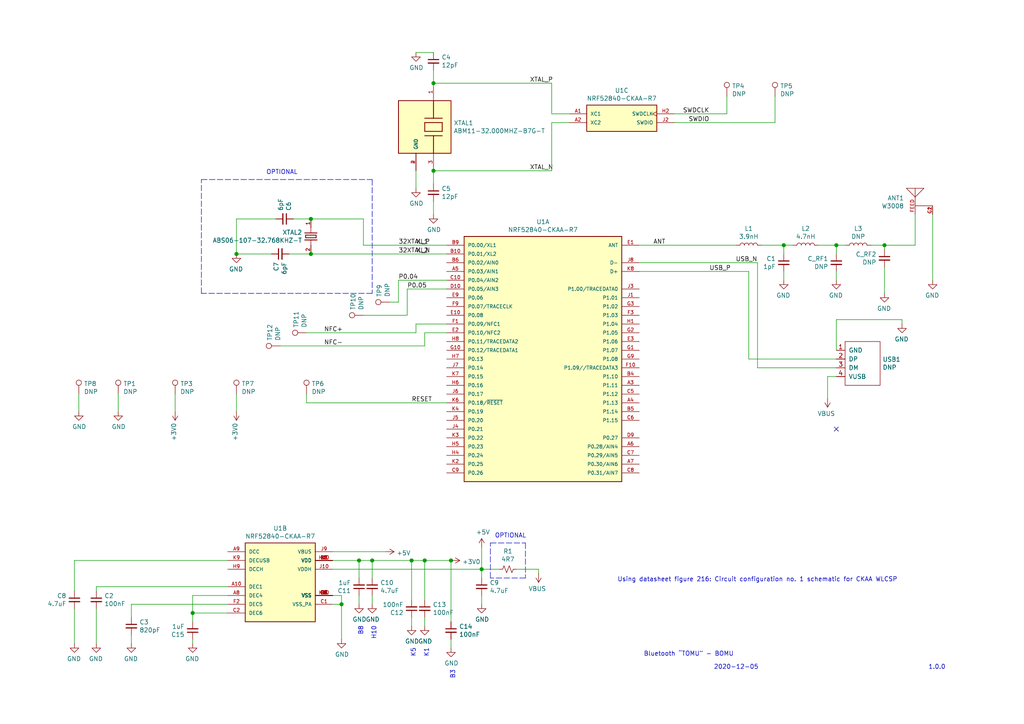
<source format=kicad_sch>
(kicad_sch (version 20230121) (generator eeschema)
  (paper "A4")
  (lib_symbols
    (symbol "ABM11-32.000MHZ-B7G-T:ABM11-32.000MHZ-B7G-T" (pin_names (offset 1.016))
      (property "Reference" "Y" (at -7.62 7.62 0))
      (property "Value" "ABM11-32.000MHZ-B7G-T" (at -7.62 -7.62 0))
      (symbol "ABM11-32.000MHZ-B7G-T_0_0"
        (rectangle (start -7.62 -7.62) (end 7.62 7.62) (stroke (width 0.254)) (fill (type background)))
        (polyline (pts (xy -2.54 2.54) (xy -7.62 2.54)) (stroke (width 0.254)))
        (polyline (pts (xy -2.54 2.54) (xy -2.54 0)) (stroke (width 0.254)))
        (polyline (pts (xy -2.54 5.08) (xy -2.54 2.54)) (stroke (width 0.254)))
        (polyline (pts (xy -1.27 0) (xy -1.27 5.08)) (stroke (width 0.254)))
        (polyline (pts (xy -1.27 5.08) (xy 1.27 5.08)) (stroke (width 0.254)))
        (polyline (pts (xy 1.27 0) (xy -1.27 0)) (stroke (width 0.254)))
        (polyline (pts (xy 1.27 5.08) (xy 1.27 0)) (stroke (width 0.254)))
        (polyline (pts (xy 2.54 2.54) (xy 2.54 0)) (stroke (width 0.254)))
        (polyline (pts (xy 2.54 2.54) (xy 7.62 2.54)) (stroke (width 0.254)))
        (polyline (pts (xy 2.54 5.08) (xy 2.54 2.54)) (stroke (width 0.254)))
        (pin passive line (at -12.7 2.54 0) (length 5.08) (name "~") (number "1"))
        (pin power_in line (at 12.7 -2.54 180) (length 5.08) (name "GND") (number "2"))
        (pin passive line (at 12.7 2.54 180) (length 5.08) (name "~") (number "3"))
        (pin power_in line (at 12.7 -2.54 180) (length 5.08) (name "GND") (number "4"))
      )
    )
    (symbol "ABS06-107-32.768KHZ-T:ABS06-107-32.768KHZ-T" (pin_names (offset 1.016) hide)
      (property "Reference" "Y" (at -2.54 2.286 0))
      (property "Value" "ABS06-107-32.768KHZ-T" (at -2.54 -3.81 0))
      (symbol "ABS06-107-32.768KHZ-T_0_0"
        (polyline (pts (xy -2.54 0) (xy -1.016 0)) (stroke (width 0.1524)))
        (polyline (pts (xy -1.016 1.778) (xy -1.016 -1.778)) (stroke (width 0.254)))
        (polyline (pts (xy -0.381 -1.524) (xy 0.381 -1.524)) (stroke (width 0.254)))
        (polyline (pts (xy -0.381 1.524) (xy -0.381 -1.524)) (stroke (width 0.254)))
        (polyline (pts (xy 0.381 -1.524) (xy 0.381 1.524)) (stroke (width 0.254)))
        (polyline (pts (xy 0.381 1.524) (xy -0.381 1.524)) (stroke (width 0.254)))
        (polyline (pts (xy 1.016 0) (xy 2.54 0)) (stroke (width 0.1524)))
        (polyline (pts (xy 1.016 1.778) (xy 1.016 -1.778)) (stroke (width 0.254)))
        (pin passive line (at -5.08 0 0) (length 2.54) (name "~") (number "1"))
        (pin passive line (at 5.08 0 180) (length 2.54) (name "~") (number "2"))
      )
    )
    (symbol "NRF52840-CKAA-R7:NRF52840-CKAA-R7" (pin_names (offset 1.016))
      (property "Reference" "U" (at -22.86 35.9664 0))
      (property "Value" "NRF52840-CKAA-R7" (at -22.9108 -38.5826 0))
      (symbol "NRF52840-CKAA-R7_1_0"
        (rectangle (start -22.86 -35.56) (end 22.86 35.56) (stroke (width 0.254)) (fill (type background)))
        (pin bidirectional line (at 27.94 -7.62 180) (length 5.08) (name "P1.11") (number "A3"))
        (pin bidirectional line (at 27.94 -12.7 180) (length 5.08) (name "P1.13") (number "A4"))
        (pin bidirectional line (at -27.94 25.4 0) (length 5.08) (name "P0.03/AIN1") (number "A5"))
        (pin bidirectional line (at 27.94 -25.4 180) (length 5.08) (name "P0.28/AIN4") (number "A6"))
        (pin bidirectional line (at 27.94 -30.48 180) (length 5.08) (name "P0.30/AIN6") (number "A7"))
        (pin bidirectional line (at -27.94 30.48 0) (length 5.08) (name "P0.01/XL2") (number "B10"))
        (pin bidirectional line (at 27.94 -5.08 180) (length 5.08) (name "P1.10") (number "B4"))
        (pin bidirectional line (at 27.94 -15.24 180) (length 5.08) (name "P1.14") (number "B5"))
        (pin bidirectional line (at -27.94 27.94 0) (length 5.08) (name "P0.02/AIN0") (number "B6"))
        (pin bidirectional line (at -27.94 33.02 0) (length 5.08) (name "P0.00/XL1") (number "B9"))
        (pin bidirectional line (at -27.94 22.86 0) (length 5.08) (name "P0.04/AIN2") (number "C10"))
        (pin bidirectional line (at 27.94 -10.16 180) (length 5.08) (name "P1.12") (number "C5"))
        (pin bidirectional line (at 27.94 -17.78 180) (length 5.08) (name "P1.15") (number "C6"))
        (pin bidirectional line (at 27.94 -27.94 180) (length 5.08) (name "P0.29/AIN5") (number "C7"))
        (pin bidirectional line (at 27.94 -33.02 180) (length 5.08) (name "P0.31/AIN7") (number "C8"))
        (pin bidirectional line (at -27.94 -33.02 0) (length 5.08) (name "P0.26") (number "C9"))
        (pin bidirectional line (at -27.94 20.32 0) (length 5.08) (name "P0.05/AIN3") (number "D10"))
        (pin bidirectional line (at 27.94 -22.86 180) (length 5.08) (name "P0.27") (number "D9"))
        (pin bidirectional line (at 27.94 33.02 180) (length 5.08) (name "ANT") (number "E1"))
        (pin bidirectional line (at -27.94 12.7 0) (length 5.08) (name "P0.08") (number "E10"))
        (pin bidirectional line (at -27.94 7.62 0) (length 5.08) (name "P0.10/NFC2") (number "E2"))
        (pin bidirectional line (at 27.94 5.08 180) (length 5.08) (name "P1.06") (number "E3"))
        (pin bidirectional line (at -27.94 17.78 0) (length 5.08) (name "P0.06") (number "E9"))
        (pin bidirectional line (at -27.94 10.16 0) (length 5.08) (name "P0.09/NFC1") (number "F1"))
        (pin bidirectional line (at 27.94 -2.54 180) (length 5.08) (name "P1.09//TRACEDATA3") (number "F10"))
        (pin bidirectional line (at 27.94 12.7 180) (length 5.08) (name "P1.03") (number "F3"))
        (pin bidirectional line (at -27.94 15.24 0) (length 5.08) (name "P0.07/TRACECLK") (number "F9"))
        (pin bidirectional line (at 27.94 2.54 180) (length 5.08) (name "P1.07") (number "G1"))
        (pin bidirectional line (at -27.94 2.54 0) (length 5.08) (name "P0.12/TRACEDATA1") (number "G10"))
        (pin bidirectional line (at 27.94 7.62 180) (length 5.08) (name "P1.05") (number "G2"))
        (pin bidirectional line (at 27.94 15.24 180) (length 5.08) (name "P1.02") (number "G3"))
        (pin bidirectional line (at 27.94 0 180) (length 5.08) (name "P1.08") (number "G9"))
        (pin bidirectional line (at 27.94 10.16 180) (length 5.08) (name "P1.04") (number "H1"))
        (pin bidirectional line (at -27.94 -27.94 0) (length 5.08) (name "P0.24") (number "H4"))
        (pin bidirectional line (at -27.94 -25.4 0) (length 5.08) (name "P0.23") (number "H5"))
        (pin bidirectional line (at -27.94 -7.62 0) (length 5.08) (name "P0.16") (number "H6"))
        (pin bidirectional line (at -27.94 0 0) (length 5.08) (name "P0.13") (number "H7"))
        (pin bidirectional line (at -27.94 5.08 0) (length 5.08) (name "P0.11/TRACEDATA2") (number "H8"))
        (pin bidirectional line (at 27.94 17.78 180) (length 5.08) (name "P1.01") (number "J1"))
        (pin bidirectional line (at 27.94 20.32 180) (length 5.08) (name "P1.00/TRACEDATA0") (number "J3"))
        (pin bidirectional line (at -27.94 -20.32 0) (length 5.08) (name "P0.21") (number "J4"))
        (pin bidirectional line (at -27.94 -17.78 0) (length 5.08) (name "P0.20") (number "J5"))
        (pin bidirectional line (at -27.94 -10.16 0) (length 5.08) (name "P0.17") (number "J6"))
        (pin bidirectional line (at -27.94 -2.54 0) (length 5.08) (name "P0.14") (number "J7"))
        (pin bidirectional line (at 27.94 27.94 180) (length 5.08) (name "D-") (number "J8"))
        (pin bidirectional line (at -27.94 -30.48 0) (length 5.08) (name "P0.25") (number "K2"))
        (pin bidirectional line (at -27.94 -22.86 0) (length 5.08) (name "P0.22") (number "K3"))
        (pin bidirectional line (at -27.94 -15.24 0) (length 5.08) (name "P0.19") (number "K4"))
        (pin bidirectional line (at -27.94 -12.7 0) (length 5.08) (name "P0.18/~{RESET}") (number "K6"))
        (pin bidirectional line (at -27.94 -5.08 0) (length 5.08) (name "P0.15") (number "K7"))
        (pin bidirectional line (at 27.94 25.4 180) (length 5.08) (name "D+") (number "K8"))
      )
      (symbol "NRF52840-CKAA-R7_2_0"
        (rectangle (start -10.16 -10.16) (end 10.16 12.7) (stroke (width 0.254)) (fill (type background)))
        (pin power_in line (at -15.24 0 0) (length 5.08) (name "DEC1") (number "A10"))
        (pin power_in line (at -15.24 -2.54 0) (length 5.08) (name "DEC4") (number "A8"))
        (pin power_in line (at -15.24 10.16 0) (length 5.08) (name "DCC") (number "A9"))
        (pin power_in line (at 15.24 7.62 180) (length 5.08) (name "VDD") (number "B3"))
        (pin power_in line (at 15.24 -2.54 180) (length 5.08) (name "VSS") (number "B7"))
        (pin power_in line (at 15.24 7.62 180) (length 5.08) (name "VDD") (number "B8"))
        (pin power_in line (at 15.24 -5.08 180) (length 5.08) (name "VSS_PA") (number "C1"))
        (pin power_in line (at -15.24 -7.62 0) (length 5.08) (name "DEC6") (number "C2"))
        (pin power_in line (at 15.24 -2.54 180) (length 5.08) (name "VSS") (number "C4"))
        (pin power_in line (at 15.24 -2.54 180) (length 5.08) (name "VSS") (number "D3"))
        (pin power_in line (at 15.24 -2.54 180) (length 5.08) (name "VSS") (number "D4"))
        (pin power_in line (at 15.24 -2.54 180) (length 5.08) (name "VSS") (number "D5"))
        (pin power_in line (at 15.24 -2.54 180) (length 5.08) (name "VSS") (number "D6"))
        (pin power_in line (at 15.24 -2.54 180) (length 5.08) (name "VSS") (number "D7"))
        (pin power_in line (at 15.24 -2.54 180) (length 5.08) (name "VSS") (number "D8"))
        (pin power_in line (at 15.24 -2.54 180) (length 5.08) (name "VSS") (number "E4"))
        (pin power_in line (at 15.24 -2.54 180) (length 5.08) (name "VSS") (number "E5"))
        (pin power_in line (at 15.24 -2.54 180) (length 5.08) (name "VSS") (number "E6"))
        (pin power_in line (at 15.24 -2.54 180) (length 5.08) (name "VSS") (number "E7"))
        (pin power_in line (at 15.24 -2.54 180) (length 5.08) (name "VSS") (number "E8"))
        (pin power_in line (at -15.24 -5.08 0) (length 5.08) (name "DEC5") (number "F2"))
        (pin power_in line (at 15.24 -2.54 180) (length 5.08) (name "VSS") (number "F4"))
        (pin power_in line (at 15.24 -2.54 180) (length 5.08) (name "VSS") (number "F5"))
        (pin power_in line (at 15.24 -2.54 180) (length 5.08) (name "VSS") (number "F6"))
        (pin power_in line (at 15.24 -2.54 180) (length 5.08) (name "VSS") (number "F7"))
        (pin power_in line (at 15.24 -2.54 180) (length 5.08) (name "VSS") (number "F8"))
        (pin power_in line (at 15.24 -2.54 180) (length 5.08) (name "VSS") (number "G4"))
        (pin power_in line (at 15.24 -2.54 180) (length 5.08) (name "VSS") (number "G5"))
        (pin power_in line (at 15.24 -2.54 180) (length 5.08) (name "VSS") (number "G6"))
        (pin power_in line (at 15.24 -2.54 180) (length 5.08) (name "VSS") (number "G7"))
        (pin power_in line (at 15.24 -2.54 180) (length 5.08) (name "VSS") (number "G8"))
        (pin power_in line (at 15.24 7.62 180) (length 5.08) (name "VDD") (number "H10"))
        (pin power_in line (at -15.24 5.08 0) (length 5.08) (name "DCCH") (number "H9"))
        (pin power_in line (at 15.24 5.08 180) (length 5.08) (name "VDDH") (number "J10"))
        (pin power_in line (at 15.24 10.16 180) (length 5.08) (name "VBUS") (number "J9"))
        (pin power_in line (at 15.24 7.62 180) (length 5.08) (name "VDD") (number "K1"))
        (pin power_in line (at 15.24 -2.54 180) (length 5.08) (name "VSS") (number "K10"))
        (pin power_in line (at 15.24 7.62 180) (length 5.08) (name "VDD") (number "K5"))
        (pin power_in line (at -15.24 7.62 0) (length 5.08) (name "DECUSB") (number "K9"))
      )
      (symbol "NRF52840-CKAA-R7_3_0"
        (rectangle (start -10.16 -5.08) (end 10.16 2.54) (stroke (width 0.254)) (fill (type background)))
        (pin input line (at 15.24 0 180) (length 5.08) (name "XC1") (number "A1"))
        (pin input line (at 15.24 -2.54 180) (length 5.08) (name "XC2") (number "A2"))
        (pin input clock (at -15.24 0 0) (length 5.08) (name "SWDCLK") (number "H2"))
        (pin bidirectional line (at -15.24 -2.54 0) (length 5.08) (name "SWDIO") (number "J2"))
      )
    )
    (symbol "W3008:W3008" (pin_names (offset 1.016) hide)
      (property "Reference" "ANT" (at -2.54 5.715 0))
      (property "Value" "W3008" (at -2.54 -8.9154 0))
      (symbol "W3008_0_0"
        (polyline (pts (xy -2.54 5.08) (xy 0 2.54)) (stroke (width 0.1524)))
        (polyline (pts (xy -2.54 5.08) (xy 0 5.08)) (stroke (width 0.1524)))
        (polyline (pts (xy 0 0) (xy 5.08 0)) (stroke (width 0.1524)))
        (polyline (pts (xy 0 2.54) (xy 2.54 5.08)) (stroke (width 0.1524)))
        (polyline (pts (xy 0 5.08) (xy 0 2.54)) (stroke (width 0.1524)))
        (polyline (pts (xy 0 5.08) (xy 2.54 5.08)) (stroke (width 0.1524)))
        (pin passive line (at 0 -2.54 90) (length 5.08) (name "~") (number "FEED"))
        (pin passive line (at 5.08 -2.54 90) (length 2.54) (name "~") (number "G1"))
        (pin passive line (at 5.08 -2.54 90) (length 2.54) (name "~") (number "G2"))
      )
    )
    (symbol "bomu-rescue:+3V0-power" (power) (pin_names (offset 0))
      (property "Value" "+3V0-power" (at 0 3.556 0))
      (symbol "+3V0-power_0_1"
        (polyline (pts (xy -0.762 1.27) (xy 0 2.54)))
        (polyline (pts (xy 0 0) (xy 0 2.54)))
        (polyline (pts (xy 0 2.54) (xy 0.762 1.27)))
      )
      (symbol "+3V0-power_1_1"
        (pin power_in line (at 0 0 90) (length 0) hide (name "+3V0") (number "1"))
      )
    )
    (symbol "bomu-rescue:+5V-power" (power) (pin_names (offset 0))
      (property "Value" "+5V-power" (at 0 3.556 0))
      (symbol "+5V-power_0_1"
        (polyline (pts (xy -0.762 1.27) (xy 0 2.54)))
        (polyline (pts (xy 0 0) (xy 0 2.54)))
        (polyline (pts (xy 0 2.54) (xy 0.762 1.27)))
      )
      (symbol "+5V-power_1_1"
        (pin power_in line (at 0 0 90) (length 0) hide (name "+5V") (number "1"))
      )
    )
    (symbol "bomu-rescue:C_Small-Device" (pin_numbers hide) (pin_names (offset 0.254) hide)
      (property "Reference" "C" (at 0.254 1.778 0))
      (property "Value" "C_Small-Device" (at 0.254 -2.032 0))
      (symbol "C_Small-Device_0_1"
        (polyline (pts (xy -1.524 -0.508) (xy 1.524 -0.508)) (stroke (width 0.3302)))
        (polyline (pts (xy -1.524 0.508) (xy 1.524 0.508)) (stroke (width 0.3048)))
      )
      (symbol "C_Small-Device_1_1"
        (pin passive line (at 0 2.54 270) (length 2.032) (name "~") (number "1"))
        (pin passive line (at 0 -2.54 90) (length 2.032) (name "~") (number "2"))
      )
    )
    (symbol "bomu-rescue:GND-power" (power) (pin_names (offset 0))
      (property "Value" "GND-power" (at 0 -3.81 0))
      (symbol "GND-power_0_1"
        (polyline (pts (xy 0 0) (xy 0 -1.27) (xy 1.27 -1.27) (xy 0 -2.54) (xy -1.27 -1.27) (xy 0 -1.27)))
      )
      (symbol "GND-power_1_1"
        (pin power_in line (at 0 0 270) (length 0) hide (name "GND") (number "1"))
      )
    )
    (symbol "bomu-rescue:L-Device" (pin_numbers hide) (pin_names (offset 1.016) hide)
      (property "Reference" "L" (at -1.27 0 90))
      (property "Value" "L-Device" (at 1.905 0 90))
      (symbol "L-Device_0_1"
        (arc (start 0 -2.54) (mid 0.6323 -1.905) (end 0 -1.27))
        (arc (start 0 -1.27) (mid 0.6323 -0.635) (end 0 0))
        (arc (start 0 0) (mid 0.6323 0.635) (end 0 1.27))
        (arc (start 0 1.27) (mid 0.6323 1.905) (end 0 2.54))
      )
      (symbol "L-Device_1_1"
        (pin passive line (at 0 3.81 270) (length 1.27) (name "1") (number "1"))
        (pin passive line (at 0 -3.81 90) (length 1.27) (name "2") (number "2"))
      )
    )
    (symbol "bomu-rescue:R_Small_US-Device" (pin_numbers hide) (pin_names (offset 0.254) hide)
      (property "Reference" "R" (at 0.762 0.508 0))
      (property "Value" "R_Small_US-Device" (at 0.762 -1.016 0))
      (symbol "R_Small_US-Device_1_1"
        (polyline (pts (xy 0 0) (xy 1.016 -0.381) (xy 0 -0.762) (xy -1.016 -1.143) (xy 0 -1.524)))
        (polyline (pts (xy 0 1.524) (xy 1.016 1.143) (xy 0 0.762) (xy -1.016 0.381) (xy 0 0)))
        (pin passive line (at 0 2.54 270) (length 1.016) (name "~") (number "1"))
        (pin passive line (at 0 -2.54 90) (length 1.016) (name "~") (number "2"))
      )
    )
    (symbol "bomu-rescue:TestPoint-Connector" (pin_numbers hide) (pin_names (offset 0.762) hide)
      (property "Reference" "TP" (at 0 6.858 0))
      (property "Value" "TestPoint-Connector" (at 0 5.08 0))
      (symbol "TestPoint-Connector_0_1"
        (circle (center 0 3.302) (radius 0.762))
      )
      (symbol "TestPoint-Connector_1_1"
        (pin passive line (at 0 0 90) (length 2.54) (name "1") (number "1"))
      )
    )
    (symbol "bomu-rescue:VBUS-power" (power) (pin_names (offset 0))
      (property "Value" "VBUS-power" (at 0 3.81 0))
      (symbol "VBUS-power_0_1"
        (polyline (pts (xy -0.762 1.27) (xy 0 2.54)))
        (polyline (pts (xy 0 0) (xy 0 2.54)))
        (polyline (pts (xy 0 2.54) (xy 0.762 1.27)))
      )
      (symbol "VBUS-power_1_1"
        (pin power_in line (at 0 0 90) (length 0) hide (name "VBUS") (number "1"))
      )
    )
    (symbol "bomu-usb-a-insert:USB-A-INSERT" (pin_names (offset 1.016))
      (property "Reference" "USB" (at 0 1.27 0))
      (property "Value" "USB-A-INSERT" (at 0 3.81 0))
      (symbol "USB-A-INSERT_0_1"
        (rectangle (start -2.54 0) (end -12.7 -12.7))
      )
      (symbol "USB-A-INSERT_1_1"
        (pin power_in line (at 0 -2.54 180) (length 2.54) (name "GND") (number "1"))
        (pin bidirectional line (at 0 -5.08 180) (length 2.54) (name "DP") (number "2"))
        (pin bidirectional line (at 0 -7.62 180) (length 2.54) (name "DM") (number "3"))
        (pin power_in line (at 0 -10.16 180) (length 2.54) (name "VUSB") (number "4"))
      )
    )
  )
  (junction (at 139.7 165.1) (diameter 1.016))
  (junction (at 242.57 71.12) (diameter 1.016))
  (junction (at 68.58 73.66) (diameter 1.016))
  (junction (at 227.33 71.12) (diameter 1.016))
  (junction (at 55.88 177.8) (diameter 1.016))
  (junction (at 256.54 71.12) (diameter 1.016))
  (junction (at 104.14 162.56) (diameter 1.016))
  (junction (at 125.73 49.53) (diameter 1.016))
  (junction (at 99.06 175.26) (diameter 1.016))
  (junction (at 130.81 162.56) (diameter 1.016))
  (junction (at 123.19 162.56) (diameter 1.016))
  (junction (at 90.17 73.66) (diameter 1.016))
  (junction (at 119.38 162.56) (diameter 1.016))
  (junction (at 125.73 24.13) (diameter 1.016))
  (junction (at 90.17 63.5) (diameter 1.016))
  (junction (at 107.95 162.56) (diameter 1.016))
  (no_connect (at 336.55 53.34))
  (no_connect (at 242.57 124.46))
  (wire (pts (xy 88.9 116.84) (xy 88.9 114.3)))
  (wire (pts (xy 139.7 167.64) (xy 139.7 165.1)))
  (wire (pts (xy 55.88 185.42) (xy 55.88 186.69)))
  (wire (pts (xy 185.42 71.12) (xy 213.36 71.12)))
  (wire (pts (xy 96.52 172.72) (xy 99.06 172.72)))
  (wire (pts (xy 160.02 24.13) (xy 160.02 33.02)))
  (wire (pts (xy 242.57 109.22) (xy 240.03 109.22)))
  (wire (pts (xy 123.19 100.33) (xy 81.28 100.33)))
  (wire (pts (xy 160.02 33.02) (xy 165.1 33.02)))
  (polyline (pts (xy 58.42 85.09) (xy 58.42 52.07)) (stroke (width 0) (type dash)))
  (wire (pts (xy 105.41 63.5) (xy 90.17 63.5)))
  (wire (pts (xy 80.01 63.5) (xy 68.58 63.5)))
  (wire (pts (xy 118.11 83.82) (xy 118.11 91.44)))
  (wire (pts (xy 123.19 162.56) (xy 123.19 173.99)))
  (wire (pts (xy 224.79 35.56) (xy 224.79 27.94)))
  (wire (pts (xy 123.19 162.56) (xy 130.81 162.56)))
  (wire (pts (xy 139.7 172.72) (xy 139.7 175.26)))
  (wire (pts (xy 129.54 81.28) (xy 115.57 81.28)))
  (wire (pts (xy 160.02 35.56) (xy 160.02 49.53)))
  (wire (pts (xy 119.38 162.56) (xy 119.38 173.99)))
  (wire (pts (xy 219.71 76.2) (xy 219.71 106.68)))
  (wire (pts (xy 261.62 92.71) (xy 261.62 93.98)))
  (wire (pts (xy 130.81 162.56) (xy 130.81 180.34)))
  (wire (pts (xy 229.87 71.12) (xy 227.33 71.12)))
  (wire (pts (xy 227.33 78.74) (xy 227.33 81.28)))
  (wire (pts (xy 165.1 35.56) (xy 160.02 35.56)))
  (wire (pts (xy 66.04 172.72) (xy 55.88 172.72)))
  (wire (pts (xy 85.09 63.5) (xy 90.17 63.5)))
  (wire (pts (xy 55.88 177.8) (xy 66.04 177.8)))
  (wire (pts (xy 118.11 91.44) (xy 105.41 91.44)))
  (wire (pts (xy 125.73 53.34) (xy 125.73 49.53)))
  (wire (pts (xy 256.54 77.47) (xy 256.54 85.09)))
  (wire (pts (xy 120.65 49.53) (xy 120.65 54.61)))
  (wire (pts (xy 125.73 58.42) (xy 125.73 62.23)))
  (wire (pts (xy 217.17 78.74) (xy 217.17 104.14)))
  (wire (pts (xy 68.58 63.5) (xy 68.58 73.66)))
  (wire (pts (xy 195.58 33.02) (xy 210.82 33.02)))
  (wire (pts (xy 227.33 73.66) (xy 227.33 71.12)))
  (wire (pts (xy 242.57 73.66) (xy 242.57 71.12)))
  (wire (pts (xy 104.14 162.56) (xy 107.95 162.56)))
  (wire (pts (xy 130.81 185.42) (xy 130.81 187.96)))
  (wire (pts (xy 185.42 78.74) (xy 217.17 78.74)))
  (wire (pts (xy 256.54 71.12) (xy 256.54 72.39)))
  (wire (pts (xy 27.94 170.18) (xy 66.04 170.18)))
  (wire (pts (xy 119.38 162.56) (xy 123.19 162.56)))
  (wire (pts (xy 129.54 83.82) (xy 118.11 83.82)))
  (wire (pts (xy 38.1 175.26) (xy 38.1 179.07)))
  (wire (pts (xy 120.65 96.52) (xy 88.9 96.52)))
  (wire (pts (xy 50.8 114.3) (xy 50.8 119.38)))
  (wire (pts (xy 96.52 162.56) (xy 104.14 162.56)))
  (wire (pts (xy 55.88 177.8) (xy 55.88 180.34)))
  (wire (pts (xy 104.14 172.72) (xy 104.14 175.26)))
  (wire (pts (xy 107.95 162.56) (xy 107.95 167.64)))
  (wire (pts (xy 125.73 20.32) (xy 125.73 24.13)))
  (wire (pts (xy 90.17 73.66) (xy 129.54 73.66)))
  (wire (pts (xy 242.57 78.74) (xy 242.57 81.28)))
  (wire (pts (xy 242.57 101.6) (xy 242.57 92.71)))
  (wire (pts (xy 240.03 109.22) (xy 240.03 115.57)))
  (polyline (pts (xy 107.95 52.07) (xy 107.95 85.09)) (stroke (width 0) (type dash)))
  (polyline (pts (xy 142.24 157.48) (xy 152.4 157.48)) (stroke (width 0) (type dash)))
  (wire (pts (xy 21.59 162.56) (xy 66.04 162.56)))
  (wire (pts (xy 160.02 49.53) (xy 125.73 49.53)))
  (wire (pts (xy 125.73 24.13) (xy 160.02 24.13)))
  (wire (pts (xy 68.58 114.3) (xy 68.58 119.38)))
  (wire (pts (xy 96.52 160.02) (xy 111.76 160.02)))
  (wire (pts (xy 139.7 158.75) (xy 139.7 165.1)))
  (wire (pts (xy 34.29 119.38) (xy 34.29 114.3)))
  (wire (pts (xy 96.52 175.26) (xy 99.06 175.26)))
  (wire (pts (xy 242.57 71.12) (xy 245.11 71.12)))
  (wire (pts (xy 185.42 76.2) (xy 219.71 76.2)))
  (wire (pts (xy 270.51 62.23) (xy 270.51 81.28)))
  (wire (pts (xy 125.73 15.24) (xy 120.65 15.24)))
  (wire (pts (xy 27.94 186.69) (xy 27.94 176.53)))
  (wire (pts (xy 210.82 33.02) (xy 210.82 27.94)))
  (wire (pts (xy 115.57 81.28) (xy 115.57 87.63)))
  (wire (pts (xy 83.82 73.66) (xy 90.17 73.66)))
  (polyline (pts (xy 152.4 167.64) (xy 142.24 167.64)) (stroke (width 0) (type dash)))
  (wire (pts (xy 242.57 92.71) (xy 261.62 92.71)))
  (wire (pts (xy 149.86 165.1) (xy 156.21 165.1)))
  (wire (pts (xy 96.52 165.1) (xy 139.7 165.1)))
  (wire (pts (xy 99.06 172.72) (xy 99.06 175.26)))
  (wire (pts (xy 129.54 93.98) (xy 120.65 93.98)))
  (wire (pts (xy 104.14 167.64) (xy 104.14 162.56)))
  (wire (pts (xy 27.94 171.45) (xy 27.94 170.18)))
  (wire (pts (xy 120.65 93.98) (xy 120.65 96.52)))
  (wire (pts (xy 265.43 62.23) (xy 265.43 71.12)))
  (wire (pts (xy 219.71 106.68) (xy 242.57 106.68)))
  (wire (pts (xy 22.86 114.3) (xy 22.86 119.38)))
  (wire (pts (xy 68.58 73.66) (xy 78.74 73.66)))
  (wire (pts (xy 256.54 71.12) (xy 265.43 71.12)))
  (wire (pts (xy 123.19 179.07) (xy 123.19 181.61)))
  (wire (pts (xy 252.73 71.12) (xy 256.54 71.12)))
  (wire (pts (xy 217.17 104.14) (xy 242.57 104.14)))
  (wire (pts (xy 195.58 35.56) (xy 224.79 35.56)))
  (wire (pts (xy 88.9 116.84) (xy 129.54 116.84)))
  (wire (pts (xy 119.38 179.07) (xy 119.38 181.61)))
  (wire (pts (xy 107.95 172.72) (xy 107.95 175.26)))
  (wire (pts (xy 129.54 96.52) (xy 123.19 96.52)))
  (wire (pts (xy 38.1 184.15) (xy 38.1 186.69)))
  (polyline (pts (xy 152.4 157.48) (xy 152.4 167.64)) (stroke (width 0) (type dash)))
  (wire (pts (xy 105.41 71.12) (xy 105.41 63.5)))
  (wire (pts (xy 55.88 172.72) (xy 55.88 177.8)))
  (wire (pts (xy 21.59 176.53) (xy 21.59 186.69)))
  (polyline (pts (xy 142.24 167.64) (xy 142.24 157.48)) (stroke (width 0) (type dash)))
  (polyline (pts (xy 58.42 52.07) (xy 107.95 52.07)) (stroke (width 0) (type dash)))
  (wire (pts (xy 123.19 96.52) (xy 123.19 100.33)))
  (wire (pts (xy 139.7 165.1) (xy 144.78 165.1)))
  (wire (pts (xy 105.41 71.12) (xy 129.54 71.12)))
  (polyline (pts (xy 107.95 85.09) (xy 58.42 85.09)) (stroke (width 0) (type dash)))
  (wire (pts (xy 107.95 162.56) (xy 119.38 162.56)))
  (wire (pts (xy 66.04 175.26) (xy 38.1 175.26)))
  (wire (pts (xy 220.98 71.12) (xy 227.33 71.12)))
  (wire (pts (xy 115.57 87.63) (xy 113.03 87.63)))
  (wire (pts (xy 99.06 175.26) (xy 99.06 185.42)))
  (wire (pts (xy 156.21 165.1) (xy 156.21 166.37)))
  (wire (pts (xy 237.49 71.12) (xy 242.57 71.12)))
  (wire (pts (xy 21.59 162.56) (xy 21.59 171.45)))
  (text "H10" (at 109.22 181.61 90) (effects (font (size 1.27 1.27)) (justify right bottom)))
  (text "OPTIONAL" (at 143.51 156.21 0) (effects (font (size 1.27 1.27)) (justify left bottom)))
  (text "1.0.0" (at 269.24 194.31 0) (effects (font (size 1.27 1.27)) (justify left bottom)))
  (text "2020-12-05" (at 207.01 194.31 0) (effects (font (size 1.27 1.27)) (justify left bottom)))
  (text "Bluetooth “TOMU” - BOMU" (at 186.69 190.5 0) (effects (font (size 1.27 1.27)) (justify left bottom)))
  (text "B8" (at 105.41 181.61 90) (effects (font (size 1.27 1.27)) (justify right bottom)))
  (text "K5" (at 120.65 187.96 90) (effects (font (size 1.27 1.27)) (justify right bottom)))
  (text "Using datasheet figure 216: Circuit configuration no. 1 schematic for CKAA WLCSP" (at 179.07 168.91 0) (effects (font (size 1.27 1.27)) (justify left bottom)))
  (text "B3" (at 132.08 194.31 90) (effects (font (size 1.27 1.27)) (justify right bottom)))
  (text "OPTIONAL" (at 86.36 50.8 0) (effects (font (size 1.27 1.27)) (justify right bottom)))
  (text "K1" (at 124.46 187.96 90) (effects (font (size 1.27 1.27)) (justify right bottom)))
  (label "P0.05" (at 118.11 83.82 0))
  (label "32XTAL_N" (at 115.57 73.66 0))
  (label "RESET" (at 119.38 116.84 0))
  (label "USB_P" (at 205.74 78.74 0))
  (label "32XTAL_P" (at 115.57 71.12 0))
  (label "NFC+" (at 93.98 96.52 0))
  (label "USB_N" (at 213.36 76.2 0))
  (label "P0.04" (at 115.57 81.28 0))
  (label "SWDIO" (at 205.74 35.56 180))
  (label "SWDCLK" (at 205.74 33.02 180))
  (label "XTAL_N" (at 153.67 49.53 0))
  (label "XL2" (at 120.65 73.66 0))
  (label "XL1" (at 120.65 71.12 0))
  (label "XTAL_P" (at 153.67 24.13 0))
  (label "ANT" (at 193.04 71.12 180))
  (label "NFC-" (at 93.98 100.33 0))
  (symbol (lib_id "ABS06-107-32.768KHZ-T:ABS06-107-32.768KHZ-T") (at 90.17 68.58 90) (mirror x) (unit 1)
    (property "Reference" "XTAL2" (at 87.63 67.4116 90) (effects (justify left)))
    (property "Value" "ABS06-107-32.768KHZ-T" (at 87.63 69.723 90) (effects (justify left)))
    (property "Footprint" "ABS06-107-32:XTAL_ABS06-107-32.768KHZ-T" (effects hide))
    (property "MANUFACTURER" "Abracon Corporation" (effects hide))
    (property "MP" "ABS06-107-32.768KHZ-T" (effects hide))
  )
  (symbol (lib_id "bomu-rescue:GND-power") (at 99.06 185.42 0) (unit 1)
    (property "Reference" "#PWR0101" (effects hide))
    (property "Value" "GND" (at 99.187 189.8142 0))
  )
  (symbol (lib_id "bomu-rescue:C_Small-Device") (at 81.28 73.66 90) (mirror x) (unit 1)
    (property "Reference" "C7" (at 80.1116 75.9968 0) (effects (justify left)))
    (property "Value" "6pF" (at 82.423 75.9968 0) (effects (justify left)))
    (property "Footprint" "Capacitor_SMD:C_0201_0603Metric" (effects hide))
    (property "MP" "GRM0335C1E6R0DA01D" (effects hide))
  )
  (symbol (lib_id "bomu-rescue:C_Small-Device") (at 82.55 63.5 270) (mirror x) (unit 1)
    (property "Reference" "C6" (at 83.7184 61.1632 0) (effects (justify left)))
    (property "Value" "6pF" (at 81.407 61.1632 0) (effects (justify left)))
    (property "Footprint" "Capacitor_SMD:C_0201_0603Metric" (effects hide))
    (property "MP" "GRM0335C1E6R0DA01D" (effects hide))
  )
  (symbol (lib_id "bomu-rescue:L-Device") (at 217.17 71.12 270) (mirror x) (unit 1)
    (property "Reference" "L1" (at 217.17 66.294 90))
    (property "Value" "3.9nH" (at 217.17 68.6054 90))
    (property "Footprint" "Inductor_SMD:L_0201_0603Metric" (effects hide))
    (property "MP" "0201DS-3N9XJEW" (effects hide))
  )
  (symbol (lib_id "bomu-rescue:GND-power") (at 68.58 73.66 0) (mirror y) (unit 1)
    (property "Reference" "#PWR0104" (effects hide))
    (property "Value" "GND" (at 68.453 78.0542 0))
  )
  (symbol (lib_id "bomu-rescue:C_Small-Device") (at 227.33 76.2 0) (mirror y) (unit 1)
    (property "Reference" "C1" (at 224.9932 75.0316 0) (effects (justify left)))
    (property "Value" "1pF" (at 224.9932 77.343 0) (effects (justify left)))
    (property "Footprint" "Capacitor_SMD:C_0201_0603Metric" (effects hide))
    (property "MP" "GRM0335C1E1R0BA01D" (effects hide))
  )
  (symbol (lib_id "ABM11-32.000MHZ-B7G-T:ABM11-32.000MHZ-B7G-T") (at 123.19 36.83 270) (unit 1)
    (property "Reference" "XTAL1" (at 131.572 35.6616 90) (effects (justify left)))
    (property "Value" "ABM11-32.000MHZ-B7G-T" (at 131.572 37.973 90) (effects (justify left)))
    (property "Footprint" "ABM11-32:OSCCC200X160X59" (effects hide))
    (property "MP" "ABM11-32.000MHZ-B7G-T" (effects hide))
    (property "DIGI-KEY_PART_NUMBER" "535-10942-1-ND" (effects hide))
    (property "MOUSER-PURCHASE-URL" "https://snapeda.com/shop?store=Mouser&id=356268" (effects hide))
    (property "DESCRIPTION" "32MHz ±20ppm Crystal 10pF 100 Ohms 4-SMD, No Lead" (effects hide))
    (property "PACKAGE" "SMD-4 Abracon" (effects hide))
    (property "DIGIKEY-PURCHASE-URL" "https://snapeda.com/shop?store=DigiKey&id=356268" (effects hide))
    (property "MF" "Abracon LLC" (effects hide))
  )
  (symbol (lib_id "bomu-rescue:GND-power") (at 227.33 81.28 0) (mirror y) (unit 1)
    (property "Reference" "#PWR0102" (effects hide))
    (property "Value" "GND" (at 227.203 85.6742 0))
  )
  (symbol (lib_id "bomu-rescue:GND-power") (at 120.65 54.61 0) (unit 1)
    (property "Reference" "#PWR0105" (effects hide))
    (property "Value" "GND" (at 120.777 59.0042 0))
  )
  (symbol (lib_id "bomu-rescue:C_Small-Device") (at 125.73 55.88 0) (unit 1)
    (property "Reference" "C5" (at 128.0668 54.7116 0) (effects (justify left)))
    (property "Value" "12pF" (at 128.0668 57.023 0) (effects (justify left)))
    (property "Footprint" "Capacitor_SMD:C_0201_0603Metric" (effects hide))
    (property "MP" "GRM0335C1E120FA01J" (effects hide))
  )
  (symbol (lib_id "bomu-rescue:C_Small-Device") (at 125.73 17.78 0) (unit 1)
    (property "Reference" "C4" (at 128.0668 16.6116 0) (effects (justify left)))
    (property "Value" "12pF" (at 128.0668 18.923 0) (effects (justify left)))
    (property "Footprint" "Capacitor_SMD:C_0201_0603Metric" (effects hide))
    (property "MP" "GRM0335C1E120FA01J" (effects hide))
  )
  (symbol (lib_id "bomu-rescue:GND-power") (at 125.73 62.23 0) (unit 1)
    (property "Reference" "#PWR0106" (effects hide))
    (property "Value" "GND" (at 125.857 66.6242 0))
  )
  (symbol (lib_id "bomu-rescue:GND-power") (at 120.65 15.24 0) (unit 1)
    (property "Reference" "#PWR0107" (effects hide))
    (property "Value" "GND" (at 120.777 19.6342 0))
  )
  (symbol (lib_id "bomu-rescue:GND-power") (at 261.62 93.98 0) (mirror y) (unit 1)
    (property "Reference" "#PWR0122" (effects hide))
    (property "Value" "GND" (at 261.493 98.3742 0))
  )
  (symbol (lib_id "bomu-rescue:VBUS-power") (at 240.03 115.57 180) (unit 1)
    (property "Reference" "#PWR0123" (effects hide))
    (property "Value" "VBUS" (at 239.649 119.9642 0))
  )
  (symbol (lib_id "W3008:W3008") (at 265.43 59.69 0) (unit 1)
    (property "Reference" "ANT1" (at 262.2042 57.4548 0) (effects (justify right)))
    (property "Value" "W3008" (at 262.2042 59.7662 0) (effects (justify right)))
    (property "Footprint" "W3008:ANTENNA_W3008" (effects hide))
    (property "STANDARD" "Manufacturer recommendations" (effects hide))
    (property "MANUFACTURER" "PulseLarsen Antennas" (effects hide))
    (property "MP" "W3008" (effects hide))
  )
  (symbol (lib_id "bomu-rescue:C_Small-Device") (at 21.59 173.99 0) (mirror y) (unit 1)
    (property "Reference" "C8" (at 19.2532 172.8216 0) (effects (justify left)))
    (property "Value" "4.7uF" (at 19.2532 175.133 0) (effects (justify left)))
    (property "Footprint" "Capacitor_SMD:C_0402_1005Metric" (effects hide))
    (property "MP" "C1005X5R1A475K050BC" (effects hide))
  )
  (symbol (lib_id "bomu-rescue:TestPoint-Connector") (at 50.8 114.3 0) (unit 1)
    (property "Reference" "TP3" (at 52.2732 111.3028 0) (effects (justify left)))
    (property "Value" "DNP" (at 52.2732 113.6142 0) (effects (justify left)))
    (property "Footprint" "TestPoint:TestPoint_Pad_D1.0mm" (effects hide))
  )
  (symbol (lib_id "bomu-rescue:GND-power") (at 21.59 186.69 0) (mirror y) (unit 1)
    (property "Reference" "#PWR0113" (effects hide))
    (property "Value" "GND" (at 21.463 191.0842 0))
  )
  (symbol (lib_id "bomu-rescue:TestPoint-Connector") (at 210.82 27.94 0) (unit 1)
    (property "Reference" "TP4" (at 212.2932 24.9428 0) (effects (justify left)))
    (property "Value" "DNP" (at 212.2932 27.2542 0) (effects (justify left)))
    (property "Footprint" "TestPoint:TestPoint_Pad_D1.0mm" (effects hide))
  )
  (symbol (lib_id "bomu-rescue:TestPoint-Connector") (at 224.79 27.94 0) (unit 1)
    (property "Reference" "TP5" (at 226.2632 24.9428 0) (effects (justify left)))
    (property "Value" "DNP" (at 226.2632 27.2542 0) (effects (justify left)))
    (property "Footprint" "TestPoint:TestPoint_Pad_D1.0mm" (effects hide))
  )
  (symbol (lib_id "bomu-rescue:TestPoint-Connector") (at 88.9 114.3 0) (unit 1)
    (property "Reference" "TP6" (at 90.3732 111.3028 0) (effects (justify left)))
    (property "Value" "DNP" (at 90.3732 113.6142 0) (effects (justify left)))
    (property "Footprint" "TestPoint:TestPoint_Pad_D1.0mm" (effects hide))
  )
  (symbol (lib_id "bomu-rescue:GND-power") (at 270.51 81.28 0) (mirror y) (unit 1)
    (property "Reference" "#PWR0103" (effects hide))
    (property "Value" "GND" (at 270.383 85.6742 0))
  )
  (symbol (lib_id "bomu-rescue:R_Small_US-Device") (at 147.32 165.1 270) (unit 1)
    (property "Reference" "R1" (at 147.32 159.893 90))
    (property "Value" "4R7" (at 147.32 162.2044 90))
    (property "Footprint" "Resistor_SMD:R_0201_0603Metric" (effects hide))
    (property "MP" "RC0201FR-074R7L" (effects hide))
  )
  (symbol (lib_id "bomu-rescue:VBUS-power") (at 156.21 166.37 180) (unit 1)
    (property "Reference" "#PWR0112" (effects hide))
    (property "Value" "VBUS" (at 155.829 170.7642 0))
  )
  (symbol (lib_id "bomu-rescue:C_Small-Device") (at 139.7 170.18 0) (unit 1)
    (property "Reference" "C9" (at 142.0368 169.0116 0) (effects (justify left)))
    (property "Value" "4.7uF" (at 142.0368 171.323 0) (effects (justify left)))
    (property "Footprint" "Capacitor_SMD:C_0402_1005Metric" (effects hide))
    (property "MP" "C1005X5R1A475K050BC" (effects hide))
  )
  (symbol (lib_id "bomu-rescue:GND-power") (at 139.7 175.26 0) (unit 1)
    (property "Reference" "#PWR0111" (effects hide))
    (property "Value" "GND" (at 139.827 179.6542 0))
  )
  (symbol (lib_id "bomu-rescue:+3V0-power") (at 50.8 119.38 180) (unit 1)
    (property "Reference" "#PWR0126" (effects hide))
    (property "Value" "+3V0" (at 50.419 122.6312 90) (effects (justify left)))
  )
  (symbol (lib_id "bomu-rescue:+5V-power") (at 139.7 158.75 0) (unit 1)
    (property "Reference" "#PWR0110" (effects hide))
    (property "Value" "+5V" (at 140.081 154.3558 0))
  )
  (symbol (lib_id "bomu-rescue:+5V-power") (at 111.76 160.02 270) (unit 1)
    (property "Reference" "#PWR0108" (effects hide))
    (property "Value" "+5V" (at 115.0112 160.401 90) (effects (justify left)))
  )
  (symbol (lib_id "bomu-rescue:+3V0-power") (at 130.81 162.56 270) (unit 1)
    (property "Reference" "#PWR0109" (effects hide))
    (property "Value" "+3V0" (at 134.0612 162.941 90) (effects (justify left)))
  )
  (symbol (lib_id "NRF52840-CKAA-R7:NRF52840-CKAA-R7") (at 157.48 104.14 0) (unit 1)
    (property "Reference" "U1" (at 157.48 64.3382 0))
    (property "Value" "NRF52840-CKAA-R7" (at 157.48 66.6496 0))
    (property "Footprint" "NRF52840-CKAA-R7:BGA94N35P10X10_360X354X51N" (effects hide))
    (property "PARTREV" "1.1" (effects hide))
    (property "MANUFACTURER" "Nordic" (effects hide))
    (property "MAXIMUM_PACKAGE_HEIGHT" "0.514mm" (effects hide))
    (property "STANDARD" "IPC7351B" (effects hide))
    (property "MP" "NRF52840-CKAA-R" (effects hide))
  )
  (symbol (lib_id "NRF52840-CKAA-R7:NRF52840-CKAA-R7") (at 81.28 170.18 0) (unit 2)
    (property "Reference" "U1" (at 81.28 153.2382 0))
    (property "Value" "NRF52840-CKAA-R7" (at 81.28 155.5496 0))
    (property "Footprint" "NRF52840-CKAA-R7:BGA94N35P10X10_360X354X51N" (effects hide))
    (property "PARTREV" "1.1" (effects hide))
    (property "MANUFACTURER" "Nordic" (effects hide))
    (property "MAXIMUM_PACKAGE_HEIGHT" "0.514mm" (effects hide))
    (property "STANDARD" "IPC7351B" (effects hide))
    (property "MP" "NRF52840-CKAA-R" (effects hide))
  )
  (symbol (lib_id "NRF52840-CKAA-R7:NRF52840-CKAA-R7") (at 180.34 33.02 0) (mirror y) (unit 3)
    (property "Reference" "U1" (at 180.34 26.2382 0))
    (property "Value" "NRF52840-CKAA-R7" (at 180.34 28.5496 0))
    (property "Footprint" "NRF52840-CKAA-R7:BGA94N35P10X10_360X354X51N" (effects hide))
    (property "PARTREV" "1.1" (effects hide))
    (property "MANUFACTURER" "Nordic" (effects hide))
    (property "MAXIMUM_PACKAGE_HEIGHT" "0.514mm" (effects hide))
    (property "STANDARD" "IPC7351B" (effects hide))
    (property "MP" "NRF52840-CKAA-R7" (effects hide))
  )
  (symbol (lib_id "bomu-usb-a-insert:USB-A-INSERT") (at 242.57 99.06 0) (mirror y) (unit 1)
    (property "Reference" "USB1" (at 255.9812 104.2416 0) (effects (justify right)))
    (property "Value" "DNP" (at 255.9812 106.553 0) (effects (justify right)))
    (property "Footprint" "bomu-usb-a-insert:USB_A_SOCKET_PCB_INSERT" (effects hide))
  )
  (symbol (lib_id "bomu-rescue:C_Small-Device") (at 107.95 170.18 0) (unit 1)
    (property "Reference" "C10" (at 110.2868 169.0116 0) (effects (justify left)))
    (property "Value" "4.7uF" (at 110.2868 171.323 0) (effects (justify left)))
    (property "Footprint" "Capacitor_SMD:C_0402_1005Metric" (effects hide))
    (property "MP" "C1005X5R1A475K050BC" (effects hide))
  )
  (symbol (lib_id "bomu-rescue:GND-power") (at 107.95 175.26 0) (unit 1)
    (property "Reference" "#PWR0114" (effects hide))
    (property "Value" "GND" (at 108.077 179.6542 0))
  )
  (symbol (lib_id "bomu-rescue:C_Small-Device") (at 104.14 170.18 180) (unit 1)
    (property "Reference" "C11" (at 101.8032 171.3484 0) (effects (justify left)))
    (property "Value" "1uF" (at 101.8032 169.037 0) (effects (justify left)))
    (property "Footprint" "Capacitor_SMD:C_0402_1005Metric" (effects hide))
    (property "MP" "04026C105KAT2A " (effects hide))
  )
  (symbol (lib_id "bomu-rescue:GND-power") (at 104.14 175.26 0) (unit 1)
    (property "Reference" "#PWR0115" (effects hide))
    (property "Value" "GND" (at 104.267 179.6542 0))
  )
  (symbol (lib_id "bomu-rescue:C_Small-Device") (at 119.38 176.53 180) (unit 1)
    (property "Reference" "C12" (at 117.0432 177.6984 0) (effects (justify left)))
    (property "Value" "100nF" (at 117.0432 175.387 0) (effects (justify left)))
    (property "Footprint" "Capacitor_SMD:C_0201_0603Metric" (effects hide))
    (property "MP" "GRM033R61E104KE14D" (effects hide))
  )
  (symbol (lib_id "bomu-rescue:GND-power") (at 119.38 181.61 0) (unit 1)
    (property "Reference" "#PWR0116" (effects hide))
    (property "Value" "GND" (at 119.507 186.0042 0))
  )
  (symbol (lib_id "bomu-rescue:C_Small-Device") (at 123.19 176.53 0) (unit 1)
    (property "Reference" "C13" (at 125.5268 175.3616 0) (effects (justify left)))
    (property "Value" "100nF" (at 125.5268 177.673 0) (effects (justify left)))
    (property "Footprint" "Capacitor_SMD:C_0201_0603Metric" (effects hide))
    (property "MP" "GRM033R61E104KE14D" (effects hide))
  )
  (symbol (lib_id "bomu-rescue:GND-power") (at 123.19 181.61 0) (unit 1)
    (property "Reference" "#PWR0117" (effects hide))
    (property "Value" "GND" (at 123.317 186.0042 0))
  )
  (symbol (lib_id "bomu-rescue:TestPoint-Connector") (at 34.29 114.3 0) (unit 1)
    (property "Reference" "TP1" (at 35.7632 111.3028 0) (effects (justify left)))
    (property "Value" "DNP" (at 35.7632 113.6142 0) (effects (justify left)))
    (property "Footprint" "TestPoint:TestPoint_Pad_D1.0mm" (effects hide))
  )
  (symbol (lib_id "bomu-rescue:C_Small-Device") (at 130.81 182.88 0) (unit 1)
    (property "Reference" "C14" (at 133.1468 181.7116 0) (effects (justify left)))
    (property "Value" "100nF" (at 133.1468 184.023 0) (effects (justify left)))
    (property "Footprint" "Capacitor_SMD:C_0201_0603Metric" (effects hide))
    (property "MP" "GRM033R61E104KE14D" (effects hide))
  )
  (symbol (lib_id "bomu-rescue:GND-power") (at 130.81 187.96 0) (unit 1)
    (property "Reference" "#PWR0118" (effects hide))
    (property "Value" "GND" (at 130.937 192.3542 0))
  )
  (symbol (lib_id "bomu-rescue:GND-power") (at 34.29 119.38 0) (unit 1)
    (property "Reference" "#PWR0124" (effects hide))
    (property "Value" "GND" (at 34.417 123.7742 0))
  )
  (symbol (lib_id "bomu-rescue:L-Device") (at 233.68 71.12 270) (mirror x) (unit 1)
    (property "Reference" "L2" (at 233.68 66.294 90))
    (property "Value" "4.7nH" (at 233.68 68.6054 90))
    (property "Footprint" "Inductor_SMD:L_0201_0603Metric" (effects hide))
    (property "MP" "LQP03PN4N7J02D" (effects hide))
  )
  (symbol (lib_id "bomu-rescue:C_Small-Device") (at 27.94 173.99 0) (unit 1)
    (property "Reference" "C2" (at 30.2768 172.8216 0) (effects (justify left)))
    (property "Value" "100nF" (at 30.2768 175.133 0) (effects (justify left)))
    (property "Footprint" "Capacitor_SMD:C_0201_0603Metric" (effects hide))
    (property "MP" "GRM033R61E104KE14D" (effects hide))
  )
  (symbol (lib_id "bomu-rescue:GND-power") (at 27.94 186.69 0) (mirror y) (unit 1)
    (property "Reference" "#PWR0119" (effects hide))
    (property "Value" "GND" (at 27.813 191.0842 0))
  )
  (symbol (lib_id "bomu-rescue:C_Small-Device") (at 38.1 181.61 0) (unit 1)
    (property "Reference" "C3" (at 40.4368 180.4416 0) (effects (justify left)))
    (property "Value" "820pF" (at 40.4368 182.753 0) (effects (justify left)))
    (property "Footprint" "Capacitor_SMD:C_0201_0603Metric" (effects hide))
    (property "MP" "GRM033R71E821KA01D" (effects hide))
  )
  (symbol (lib_id "bomu-rescue:GND-power") (at 38.1 186.69 0) (mirror y) (unit 1)
    (property "Reference" "#PWR0120" (effects hide))
    (property "Value" "GND" (at 37.973 191.0842 0))
  )
  (symbol (lib_id "bomu-rescue:C_Small-Device") (at 55.88 182.88 180) (unit 1)
    (property "Reference" "C15" (at 53.5432 184.0484 0) (effects (justify left)))
    (property "Value" "1uF" (at 53.5432 181.737 0) (effects (justify left)))
    (property "Footprint" "Capacitor_SMD:C_0402_1005Metric" (effects hide))
    (property "MP" "04026C105KAT2A " (effects hide))
  )
  (symbol (lib_id "bomu-rescue:GND-power") (at 55.88 186.69 0) (mirror y) (unit 1)
    (property "Reference" "#PWR0121" (effects hide))
    (property "Value" "GND" (at 55.753 191.0842 0))
  )
  (symbol (lib_id "bomu-rescue:TestPoint-Connector") (at 68.58 114.3 0) (unit 1)
    (property "Reference" "TP7" (at 70.0532 111.3028 0) (effects (justify left)))
    (property "Value" "DNP" (at 70.0532 113.6142 0) (effects (justify left)))
    (property "Footprint" "TestPoint:TestPoint_Pad_D1.0mm" (effects hide))
  )
  (symbol (lib_id "bomu-rescue:+3V0-power") (at 68.58 119.38 180) (unit 1)
    (property "Reference" "#PWR0125" (effects hide))
    (property "Value" "+3V0" (at 68.199 122.6312 90) (effects (justify left)))
  )
  (symbol (lib_id "bomu-rescue:TestPoint-Connector") (at 22.86 114.3 0) (unit 1)
    (property "Reference" "TP8" (at 24.3332 111.3028 0) (effects (justify left)))
    (property "Value" "DNP" (at 24.3332 113.6142 0) (effects (justify left)))
    (property "Footprint" "TestPoint:TestPoint_Pad_D1.0mm" (effects hide))
  )
  (symbol (lib_id "bomu-rescue:GND-power") (at 22.86 119.38 0) (unit 1)
    (property "Reference" "#PWR0127" (effects hide))
    (property "Value" "GND" (at 22.987 123.7742 0))
  )
  (symbol (lib_id "bomu-rescue:L-Device") (at 248.92 71.12 270) (mirror x) (unit 1)
    (property "Reference" "L3" (at 248.92 66.294 90))
    (property "Value" "DNP" (at 248.92 68.6054 90))
    (property "Footprint" "Inductor_SMD:L_0201_0603Metric" (effects hide))
  )
  (symbol (lib_id "bomu-rescue:C_Small-Device") (at 256.54 74.93 0) (mirror y) (unit 1)
    (property "Reference" "C_RF2" (at 254.2032 73.7616 0) (effects (justify left)))
    (property "Value" "DNP" (at 254.2032 76.073 0) (effects (justify left)))
    (property "Footprint" "Capacitor_SMD:C_0201_0603Metric" (effects hide))
  )
  (symbol (lib_id "bomu-rescue:GND-power") (at 256.54 85.09 0) (mirror y) (unit 1)
    (property "Reference" "#PWR0129" (effects hide))
    (property "Value" "GND" (at 256.413 89.4842 0))
  )
  (symbol (lib_id "bomu-rescue:TestPoint-Connector") (at 88.9 96.52 90) (unit 1)
    (property "Reference" "TP11" (at 85.9028 95.0468 0) (effects (justify left)))
    (property "Value" "DNP" (at 88.2142 95.0468 0) (effects (justify left)))
    (property "Footprint" "TestPoint:TestPoint_Pad_D1.0mm" (effects hide))
  )
  (symbol (lib_id "bomu-rescue:TestPoint-Connector") (at 81.28 100.33 90) (unit 1)
    (property "Reference" "TP12" (at 78.2828 98.8568 0) (effects (justify left)))
    (property "Value" "DNP" (at 80.5942 98.8568 0) (effects (justify left)))
    (property "Footprint" "TestPoint:TestPoint_Pad_D1.0mm" (effects hide))
  )
  (symbol (lib_id "bomu-rescue:C_Small-Device") (at 242.57 76.2 0) (mirror y) (unit 1)
    (property "Reference" "C_RF1" (at 240.2332 75.0316 0) (effects (justify left)))
    (property "Value" "DNP" (at 240.2332 77.343 0) (effects (justify left)))
    (property "Footprint" "Capacitor_SMD:C_0201_0603Metric" (effects hide))
  )
  (symbol (lib_id "bomu-rescue:GND-power") (at 242.57 81.28 0) (mirror y) (unit 1)
    (property "Reference" "#PWR0128" (effects hide))
    (property "Value" "GND" (at 242.443 85.6742 0))
  )
  (symbol (lib_id "bomu-rescue:TestPoint-Connector") (at 113.03 87.63 90) (unit 1)
    (property "Reference" "TP9" (at 110.0328 86.1568 0) (effects (justify left)))
    (property "Value" "DNP" (at 112.3442 86.1568 0) (effects (justify left)))
    (property "Footprint" "TestPoint:TestPoint_Pad_D1.0mm" (effects hide))
  )
  (symbol (lib_id "bomu-rescue:TestPoint-Connector") (at 105.41 91.44 90) (unit 1)
    (property "Reference" "TP10" (at 102.4128 89.9668 0) (effects (justify left)))
    (property "Value" "DNP" (at 104.7242 89.9668 0) (effects (justify left)))
    (property "Footprint" "TestPoint:TestPoint_Pad_D1.0mm" (effects hide))
  )
)
</source>
